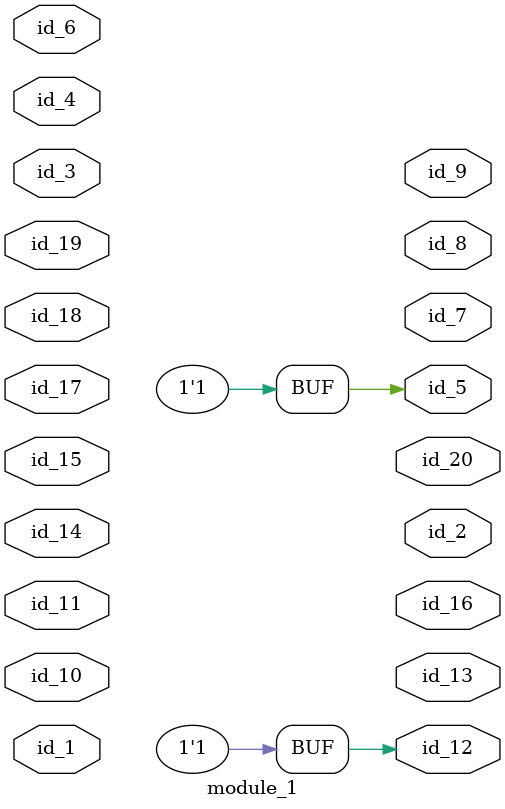
<source format=v>
module module_0 (
    id_1,
    id_2,
    id_3
);
  input wire id_3;
  input wire id_2;
  inout wire id_1;
  genvar id_4;
endmodule
module module_1 (
    id_1,
    id_2,
    id_3,
    id_4,
    id_5,
    id_6,
    id_7,
    id_8,
    id_9,
    id_10,
    id_11,
    id_12,
    id_13,
    id_14,
    id_15,
    id_16,
    id_17,
    id_18,
    id_19,
    id_20
);
  output wire id_20;
  inout wire id_19;
  inout wire id_18;
  inout wire id_17;
  output wire id_16;
  inout wire id_15;
  input wire id_14;
  output wire id_13;
  output wire id_12;
  inout wire id_11;
  input wire id_10;
  output wire id_9;
  output wire id_8;
  output wire id_7;
  inout wire id_6;
  output wire id_5;
  input wire id_4;
  input wire id_3;
  output wire id_2;
  input wire id_1;
  wire id_21;
  assign id_12 = 1;
  parameter id_22 = id_6;
  assign id_5 = -1;
  parameter id_23 = id_15 || id_4;
  module_0 modCall_1 (
      id_21,
      id_11,
      id_14
  );
endmodule

</source>
